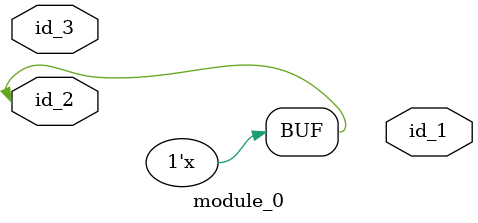
<source format=v>
module module_0 (
    id_1,
    id_2,
    id_3
);
  inout id_3;
  inout id_2;
  output id_1;
  assign id_2 = id_3[1];
endmodule

</source>
